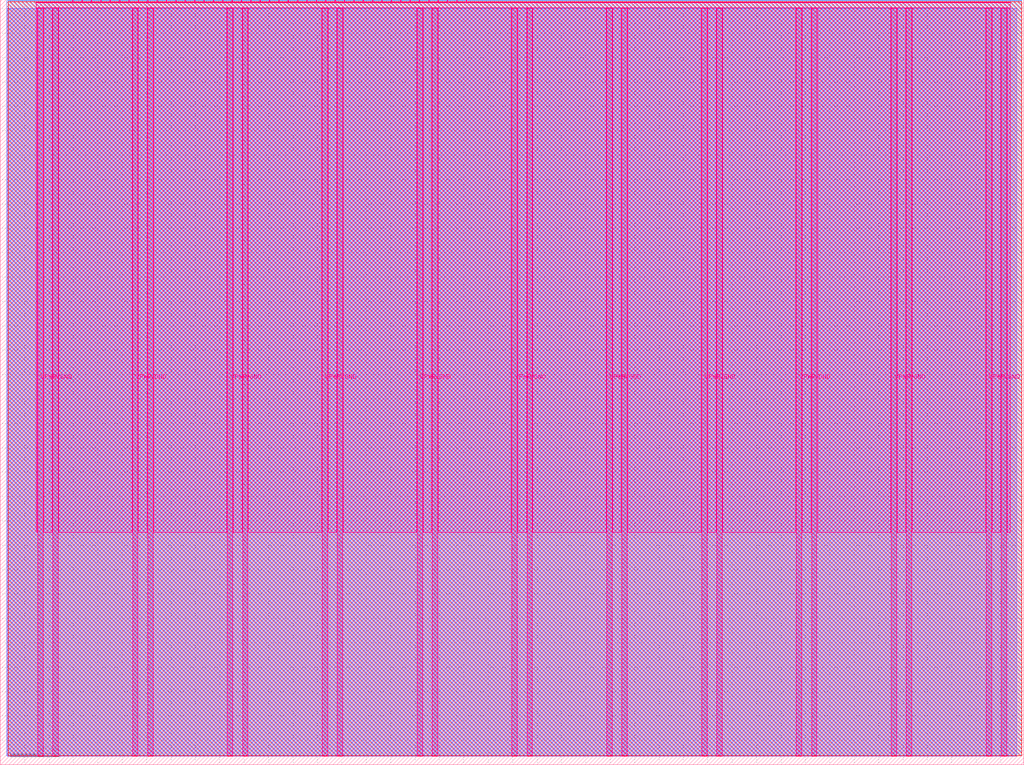
<source format=lef>
VERSION 5.7 ;
  NOWIREEXTENSIONATPIN ON ;
  DIVIDERCHAR "/" ;
  BUSBITCHARS "[]" ;
MACRO tt_um_2048_vga_game
  CLASS BLOCK ;
  FOREIGN tt_um_2048_vga_game ;
  ORIGIN 0.000 0.000 ;
  SIZE 419.520 BY 313.740 ;
  PIN VGND
    DIRECTION INOUT ;
    USE GROUND ;
    PORT
      LAYER Metal5 ;
        RECT 21.580 3.560 23.780 310.180 ;
    END
    PORT
      LAYER Metal5 ;
        RECT 60.450 3.560 62.650 310.180 ;
    END
    PORT
      LAYER Metal5 ;
        RECT 99.320 3.560 101.520 310.180 ;
    END
    PORT
      LAYER Metal5 ;
        RECT 138.190 3.560 140.390 310.180 ;
    END
    PORT
      LAYER Metal5 ;
        RECT 177.060 3.560 179.260 310.180 ;
    END
    PORT
      LAYER Metal5 ;
        RECT 215.930 3.560 218.130 310.180 ;
    END
    PORT
      LAYER Metal5 ;
        RECT 254.800 3.560 257.000 310.180 ;
    END
    PORT
      LAYER Metal5 ;
        RECT 293.670 3.560 295.870 310.180 ;
    END
    PORT
      LAYER Metal5 ;
        RECT 332.540 3.560 334.740 310.180 ;
    END
    PORT
      LAYER Metal5 ;
        RECT 371.410 3.560 373.610 310.180 ;
    END
    PORT
      LAYER Metal5 ;
        RECT 410.280 3.560 412.480 310.180 ;
    END
  END VGND
  PIN VPWR
    DIRECTION INOUT ;
    USE POWER ;
    PORT
      LAYER Metal5 ;
        RECT 15.380 3.560 17.580 310.180 ;
    END
    PORT
      LAYER Metal5 ;
        RECT 54.250 3.560 56.450 310.180 ;
    END
    PORT
      LAYER Metal5 ;
        RECT 93.120 3.560 95.320 310.180 ;
    END
    PORT
      LAYER Metal5 ;
        RECT 131.990 3.560 134.190 310.180 ;
    END
    PORT
      LAYER Metal5 ;
        RECT 170.860 3.560 173.060 310.180 ;
    END
    PORT
      LAYER Metal5 ;
        RECT 209.730 3.560 211.930 310.180 ;
    END
    PORT
      LAYER Metal5 ;
        RECT 248.600 3.560 250.800 310.180 ;
    END
    PORT
      LAYER Metal5 ;
        RECT 287.470 3.560 289.670 310.180 ;
    END
    PORT
      LAYER Metal5 ;
        RECT 326.340 3.560 328.540 310.180 ;
    END
    PORT
      LAYER Metal5 ;
        RECT 365.210 3.560 367.410 310.180 ;
    END
    PORT
      LAYER Metal5 ;
        RECT 404.080 3.560 406.280 310.180 ;
    END
  END VPWR
  PIN clk
    DIRECTION INPUT ;
    USE SIGNAL ;
    ANTENNAGATEAREA 0.213200 ;
    PORT
      LAYER Metal5 ;
        RECT 187.050 312.740 187.350 313.740 ;
    END
  END clk
  PIN ena
    DIRECTION INPUT ;
    USE SIGNAL ;
    PORT
      LAYER Metal5 ;
        RECT 190.890 312.740 191.190 313.740 ;
    END
  END ena
  PIN rst_n
    DIRECTION INPUT ;
    USE SIGNAL ;
    ANTENNAGATEAREA 0.213200 ;
    PORT
      LAYER Metal5 ;
        RECT 183.210 312.740 183.510 313.740 ;
    END
  END rst_n
  PIN ui_in[0]
    DIRECTION INPUT ;
    USE SIGNAL ;
    ANTENNAGATEAREA 0.180700 ;
    PORT
      LAYER Metal5 ;
        RECT 179.370 312.740 179.670 313.740 ;
    END
  END ui_in[0]
  PIN ui_in[1]
    DIRECTION INPUT ;
    USE SIGNAL ;
    ANTENNAGATEAREA 0.180700 ;
    PORT
      LAYER Metal5 ;
        RECT 175.530 312.740 175.830 313.740 ;
    END
  END ui_in[1]
  PIN ui_in[2]
    DIRECTION INPUT ;
    USE SIGNAL ;
    ANTENNAGATEAREA 0.180700 ;
    PORT
      LAYER Metal5 ;
        RECT 171.690 312.740 171.990 313.740 ;
    END
  END ui_in[2]
  PIN ui_in[3]
    DIRECTION INPUT ;
    USE SIGNAL ;
    ANTENNAGATEAREA 0.180700 ;
    PORT
      LAYER Metal5 ;
        RECT 167.850 312.740 168.150 313.740 ;
    END
  END ui_in[3]
  PIN ui_in[4]
    DIRECTION INPUT ;
    USE SIGNAL ;
    ANTENNAGATEAREA 0.314600 ;
    PORT
      LAYER Metal5 ;
        RECT 164.010 312.740 164.310 313.740 ;
    END
  END ui_in[4]
  PIN ui_in[5]
    DIRECTION INPUT ;
    USE SIGNAL ;
    ANTENNAGATEAREA 0.314600 ;
    PORT
      LAYER Metal5 ;
        RECT 160.170 312.740 160.470 313.740 ;
    END
  END ui_in[5]
  PIN ui_in[6]
    DIRECTION INPUT ;
    USE SIGNAL ;
    ANTENNAGATEAREA 0.180700 ;
    PORT
      LAYER Metal5 ;
        RECT 156.330 312.740 156.630 313.740 ;
    END
  END ui_in[6]
  PIN ui_in[7]
    DIRECTION INPUT ;
    USE SIGNAL ;
    ANTENNAGATEAREA 0.213200 ;
    PORT
      LAYER Metal5 ;
        RECT 152.490 312.740 152.790 313.740 ;
    END
  END ui_in[7]
  PIN uio_in[0]
    DIRECTION INPUT ;
    USE SIGNAL ;
    ANTENNAGATEAREA 0.213200 ;
    PORT
      LAYER Metal5 ;
        RECT 148.650 312.740 148.950 313.740 ;
    END
  END uio_in[0]
  PIN uio_in[1]
    DIRECTION INPUT ;
    USE SIGNAL ;
    ANTENNAGATEAREA 0.213200 ;
    PORT
      LAYER Metal5 ;
        RECT 144.810 312.740 145.110 313.740 ;
    END
  END uio_in[1]
  PIN uio_in[2]
    DIRECTION INPUT ;
    USE SIGNAL ;
    ANTENNAGATEAREA 0.180700 ;
    PORT
      LAYER Metal5 ;
        RECT 140.970 312.740 141.270 313.740 ;
    END
  END uio_in[2]
  PIN uio_in[3]
    DIRECTION INPUT ;
    USE SIGNAL ;
    ANTENNAGATEAREA 0.213200 ;
    PORT
      LAYER Metal5 ;
        RECT 137.130 312.740 137.430 313.740 ;
    END
  END uio_in[3]
  PIN uio_in[4]
    DIRECTION INPUT ;
    USE SIGNAL ;
    ANTENNAGATEAREA 0.180700 ;
    PORT
      LAYER Metal5 ;
        RECT 133.290 312.740 133.590 313.740 ;
    END
  END uio_in[4]
  PIN uio_in[5]
    DIRECTION INPUT ;
    USE SIGNAL ;
    ANTENNAGATEAREA 0.180700 ;
    PORT
      LAYER Metal5 ;
        RECT 129.450 312.740 129.750 313.740 ;
    END
  END uio_in[5]
  PIN uio_in[6]
    DIRECTION INPUT ;
    USE SIGNAL ;
    ANTENNAGATEAREA 0.213200 ;
    PORT
      LAYER Metal5 ;
        RECT 125.610 312.740 125.910 313.740 ;
    END
  END uio_in[6]
  PIN uio_in[7]
    DIRECTION INPUT ;
    USE SIGNAL ;
    ANTENNAGATEAREA 0.180700 ;
    PORT
      LAYER Metal5 ;
        RECT 121.770 312.740 122.070 313.740 ;
    END
  END uio_in[7]
  PIN uio_oe[0]
    DIRECTION OUTPUT ;
    USE SIGNAL ;
    ANTENNADIFFAREA 0.299200 ;
    PORT
      LAYER Metal5 ;
        RECT 56.490 312.740 56.790 313.740 ;
    END
  END uio_oe[0]
  PIN uio_oe[1]
    DIRECTION OUTPUT ;
    USE SIGNAL ;
    ANTENNADIFFAREA 0.299200 ;
    PORT
      LAYER Metal5 ;
        RECT 52.650 312.740 52.950 313.740 ;
    END
  END uio_oe[1]
  PIN uio_oe[2]
    DIRECTION OUTPUT ;
    USE SIGNAL ;
    ANTENNADIFFAREA 0.299200 ;
    PORT
      LAYER Metal5 ;
        RECT 48.810 312.740 49.110 313.740 ;
    END
  END uio_oe[2]
  PIN uio_oe[3]
    DIRECTION OUTPUT ;
    USE SIGNAL ;
    ANTENNADIFFAREA 0.299200 ;
    PORT
      LAYER Metal5 ;
        RECT 44.970 312.740 45.270 313.740 ;
    END
  END uio_oe[3]
  PIN uio_oe[4]
    DIRECTION OUTPUT ;
    USE SIGNAL ;
    ANTENNADIFFAREA 0.654800 ;
    PORT
      LAYER Metal5 ;
        RECT 41.130 312.740 41.430 313.740 ;
    END
  END uio_oe[4]
  PIN uio_oe[5]
    DIRECTION OUTPUT ;
    USE SIGNAL ;
    ANTENNADIFFAREA 0.654800 ;
    PORT
      LAYER Metal5 ;
        RECT 37.290 312.740 37.590 313.740 ;
    END
  END uio_oe[5]
  PIN uio_oe[6]
    DIRECTION OUTPUT ;
    USE SIGNAL ;
    ANTENNADIFFAREA 0.654800 ;
    PORT
      LAYER Metal5 ;
        RECT 33.450 312.740 33.750 313.740 ;
    END
  END uio_oe[6]
  PIN uio_oe[7]
    DIRECTION OUTPUT ;
    USE SIGNAL ;
    ANTENNADIFFAREA 0.654800 ;
    PORT
      LAYER Metal5 ;
        RECT 29.610 312.740 29.910 313.740 ;
    END
  END uio_oe[7]
  PIN uio_out[0]
    DIRECTION OUTPUT ;
    USE SIGNAL ;
    ANTENNADIFFAREA 0.299200 ;
    PORT
      LAYER Metal5 ;
        RECT 87.210 312.740 87.510 313.740 ;
    END
  END uio_out[0]
  PIN uio_out[1]
    DIRECTION OUTPUT ;
    USE SIGNAL ;
    ANTENNADIFFAREA 0.299200 ;
    PORT
      LAYER Metal5 ;
        RECT 83.370 312.740 83.670 313.740 ;
    END
  END uio_out[1]
  PIN uio_out[2]
    DIRECTION OUTPUT ;
    USE SIGNAL ;
    ANTENNADIFFAREA 0.299200 ;
    PORT
      LAYER Metal5 ;
        RECT 79.530 312.740 79.830 313.740 ;
    END
  END uio_out[2]
  PIN uio_out[3]
    DIRECTION OUTPUT ;
    USE SIGNAL ;
    ANTENNADIFFAREA 0.299200 ;
    PORT
      LAYER Metal5 ;
        RECT 75.690 312.740 75.990 313.740 ;
    END
  END uio_out[3]
  PIN uio_out[4]
    DIRECTION OUTPUT ;
    USE SIGNAL ;
    ANTENNAGATEAREA 0.109200 ;
    ANTENNADIFFAREA 0.632400 ;
    PORT
      LAYER Metal5 ;
        RECT 71.850 312.740 72.150 313.740 ;
    END
  END uio_out[4]
  PIN uio_out[5]
    DIRECTION OUTPUT ;
    USE SIGNAL ;
    ANTENNAGATEAREA 0.109200 ;
    ANTENNADIFFAREA 0.632400 ;
    PORT
      LAYER Metal5 ;
        RECT 68.010 312.740 68.310 313.740 ;
    END
  END uio_out[5]
  PIN uio_out[6]
    DIRECTION OUTPUT ;
    USE SIGNAL ;
    ANTENNAGATEAREA 0.109200 ;
    ANTENNADIFFAREA 0.632400 ;
    PORT
      LAYER Metal5 ;
        RECT 64.170 312.740 64.470 313.740 ;
    END
  END uio_out[6]
  PIN uio_out[7]
    DIRECTION OUTPUT ;
    USE SIGNAL ;
    ANTENNAGATEAREA 0.109200 ;
    ANTENNADIFFAREA 0.632400 ;
    PORT
      LAYER Metal5 ;
        RECT 60.330 312.740 60.630 313.740 ;
    END
  END uio_out[7]
  PIN uo_out[0]
    DIRECTION OUTPUT ;
    USE SIGNAL ;
    ANTENNADIFFAREA 0.632400 ;
    PORT
      LAYER Metal5 ;
        RECT 117.930 312.740 118.230 313.740 ;
    END
  END uo_out[0]
  PIN uo_out[1]
    DIRECTION OUTPUT ;
    USE SIGNAL ;
    ANTENNADIFFAREA 0.632400 ;
    PORT
      LAYER Metal5 ;
        RECT 114.090 312.740 114.390 313.740 ;
    END
  END uo_out[1]
  PIN uo_out[2]
    DIRECTION OUTPUT ;
    USE SIGNAL ;
    ANTENNADIFFAREA 0.632400 ;
    PORT
      LAYER Metal5 ;
        RECT 110.250 312.740 110.550 313.740 ;
    END
  END uo_out[2]
  PIN uo_out[3]
    DIRECTION OUTPUT ;
    USE SIGNAL ;
    ANTENNADIFFAREA 0.654800 ;
    PORT
      LAYER Metal5 ;
        RECT 106.410 312.740 106.710 313.740 ;
    END
  END uo_out[3]
  PIN uo_out[4]
    DIRECTION OUTPUT ;
    USE SIGNAL ;
    ANTENNADIFFAREA 0.632400 ;
    PORT
      LAYER Metal5 ;
        RECT 102.570 312.740 102.870 313.740 ;
    END
  END uo_out[4]
  PIN uo_out[5]
    DIRECTION OUTPUT ;
    USE SIGNAL ;
    ANTENNADIFFAREA 0.632400 ;
    PORT
      LAYER Metal5 ;
        RECT 98.730 312.740 99.030 313.740 ;
    END
  END uo_out[5]
  PIN uo_out[6]
    DIRECTION OUTPUT ;
    USE SIGNAL ;
    ANTENNADIFFAREA 0.632400 ;
    PORT
      LAYER Metal5 ;
        RECT 94.890 312.740 95.190 313.740 ;
    END
  END uo_out[6]
  PIN uo_out[7]
    DIRECTION OUTPUT ;
    USE SIGNAL ;
    ANTENNADIFFAREA 0.706800 ;
    PORT
      LAYER Metal5 ;
        RECT 91.050 312.740 91.350 313.740 ;
    END
  END uo_out[7]
  OBS
      LAYER GatPoly ;
        RECT 2.880 3.630 416.640 310.110 ;
      LAYER Metal1 ;
        RECT 2.880 3.560 416.640 310.180 ;
      LAYER Metal2 ;
        RECT 2.605 3.680 418.705 313.420 ;
      LAYER Metal3 ;
        RECT 3.260 3.635 418.660 313.465 ;
      LAYER Metal4 ;
        RECT 3.215 3.680 418.705 313.000 ;
      LAYER Metal5 ;
        RECT 14.780 312.530 29.400 312.740 ;
        RECT 30.120 312.530 33.240 312.740 ;
        RECT 33.960 312.530 37.080 312.740 ;
        RECT 37.800 312.530 40.920 312.740 ;
        RECT 41.640 312.530 44.760 312.740 ;
        RECT 45.480 312.530 48.600 312.740 ;
        RECT 49.320 312.530 52.440 312.740 ;
        RECT 53.160 312.530 56.280 312.740 ;
        RECT 57.000 312.530 60.120 312.740 ;
        RECT 60.840 312.530 63.960 312.740 ;
        RECT 64.680 312.530 67.800 312.740 ;
        RECT 68.520 312.530 71.640 312.740 ;
        RECT 72.360 312.530 75.480 312.740 ;
        RECT 76.200 312.530 79.320 312.740 ;
        RECT 80.040 312.530 83.160 312.740 ;
        RECT 83.880 312.530 87.000 312.740 ;
        RECT 87.720 312.530 90.840 312.740 ;
        RECT 91.560 312.530 94.680 312.740 ;
        RECT 95.400 312.530 98.520 312.740 ;
        RECT 99.240 312.530 102.360 312.740 ;
        RECT 103.080 312.530 106.200 312.740 ;
        RECT 106.920 312.530 110.040 312.740 ;
        RECT 110.760 312.530 113.880 312.740 ;
        RECT 114.600 312.530 117.720 312.740 ;
        RECT 118.440 312.530 121.560 312.740 ;
        RECT 122.280 312.530 125.400 312.740 ;
        RECT 126.120 312.530 129.240 312.740 ;
        RECT 129.960 312.530 133.080 312.740 ;
        RECT 133.800 312.530 136.920 312.740 ;
        RECT 137.640 312.530 140.760 312.740 ;
        RECT 141.480 312.530 144.600 312.740 ;
        RECT 145.320 312.530 148.440 312.740 ;
        RECT 149.160 312.530 152.280 312.740 ;
        RECT 153.000 312.530 156.120 312.740 ;
        RECT 156.840 312.530 159.960 312.740 ;
        RECT 160.680 312.530 163.800 312.740 ;
        RECT 164.520 312.530 167.640 312.740 ;
        RECT 168.360 312.530 171.480 312.740 ;
        RECT 172.200 312.530 175.320 312.740 ;
        RECT 176.040 312.530 179.160 312.740 ;
        RECT 179.880 312.530 183.000 312.740 ;
        RECT 183.720 312.530 186.840 312.740 ;
        RECT 187.560 312.530 190.680 312.740 ;
        RECT 191.400 312.530 413.860 312.740 ;
        RECT 14.780 310.390 413.860 312.530 ;
        RECT 14.780 95.195 15.170 310.390 ;
        RECT 17.790 95.195 21.370 310.390 ;
        RECT 23.990 95.195 54.040 310.390 ;
        RECT 56.660 95.195 60.240 310.390 ;
        RECT 62.860 95.195 92.910 310.390 ;
        RECT 95.530 95.195 99.110 310.390 ;
        RECT 101.730 95.195 131.780 310.390 ;
        RECT 134.400 95.195 137.980 310.390 ;
        RECT 140.600 95.195 170.650 310.390 ;
        RECT 173.270 95.195 176.850 310.390 ;
        RECT 179.470 95.195 209.520 310.390 ;
        RECT 212.140 95.195 215.720 310.390 ;
        RECT 218.340 95.195 248.390 310.390 ;
        RECT 251.010 95.195 254.590 310.390 ;
        RECT 257.210 95.195 287.260 310.390 ;
        RECT 289.880 95.195 293.460 310.390 ;
        RECT 296.080 95.195 326.130 310.390 ;
        RECT 328.750 95.195 332.330 310.390 ;
        RECT 334.950 95.195 365.000 310.390 ;
        RECT 367.620 95.195 371.200 310.390 ;
        RECT 373.820 95.195 403.870 310.390 ;
        RECT 406.490 95.195 410.070 310.390 ;
        RECT 412.690 95.195 413.860 310.390 ;
  END
END tt_um_2048_vga_game
END LIBRARY


</source>
